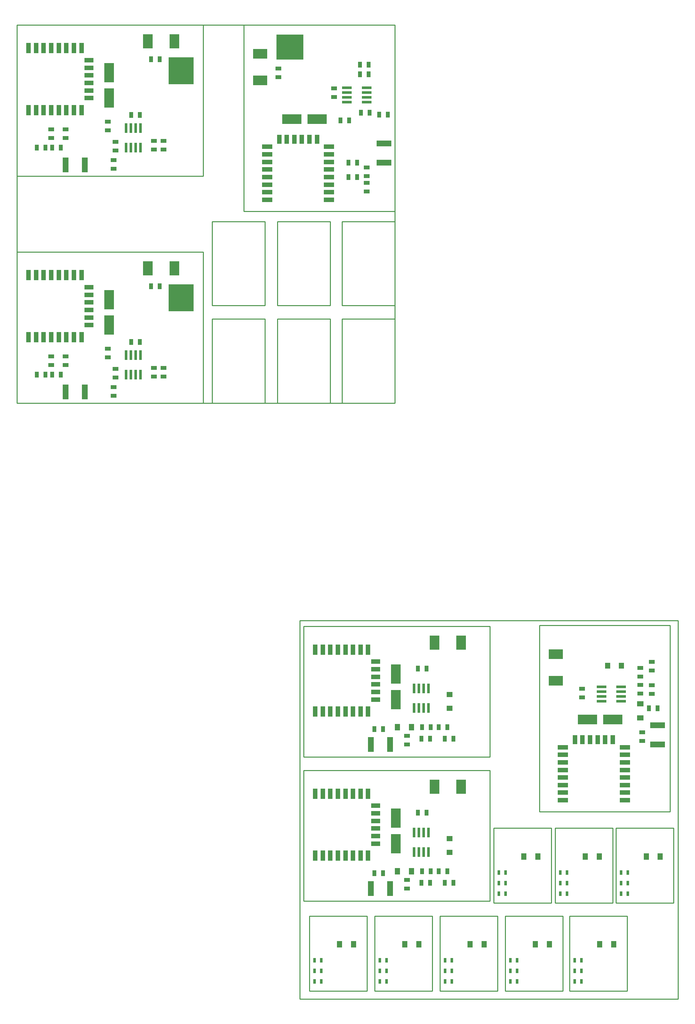
<source format=gbp>
%FSLAX25Y25*%
%MOIN*%
G70*
G01*
G75*
G04 Layer_Color=128*
%ADD10R,0.06299X0.13386*%
%ADD11R,0.01772X0.06299*%
%ADD12R,0.05512X0.01654*%
%ADD13R,0.04724X0.04724*%
%ADD14R,0.09000X0.15000*%
%ADD15R,0.08465X0.05000*%
%ADD16R,0.05906X0.03937*%
%ADD17R,0.03937X0.05906*%
%ADD18R,0.07874X0.11024*%
%ADD19R,0.05906X0.15748*%
%ADD20R,0.03500X0.05000*%
%ADD21R,0.07874X0.15748*%
%ADD22R,0.06299X0.09449*%
%ADD23R,0.05512X0.07087*%
%ADD24R,0.13386X0.06299*%
%ADD25R,0.06299X0.01772*%
%ADD26R,0.01654X0.05512*%
%ADD27R,0.04724X0.04724*%
%ADD28R,0.15000X0.09000*%
%ADD29R,0.05000X0.08465*%
%ADD30R,0.11024X0.07874*%
%ADD31R,0.15748X0.05906*%
%ADD32R,0.05000X0.03500*%
%ADD33R,0.15748X0.07874*%
%ADD34R,0.09449X0.06299*%
%ADD35R,0.07087X0.05512*%
%ADD36R,0.06600X0.01700*%
%ADD37R,0.15000X0.28000*%
%ADD38R,0.28000X0.15000*%
%ADD39R,0.03300X0.03150*%
%ADD40C,0.02500*%
%ADD41C,0.02000*%
%ADD42C,0.03000*%
%ADD43C,0.01500*%
%ADD44C,0.04000*%
%ADD45C,0.01000*%
%ADD46C,0.01800*%
%ADD47C,0.05000*%
%ADD48R,0.01600X0.04800*%
%ADD49R,0.34200X0.03200*%
%ADD50R,0.04800X0.01600*%
%ADD51R,0.03200X0.34200*%
%ADD52R,0.14413X0.28346*%
%ADD53R,0.28346X0.14413*%
%ADD54R,0.27700X0.02100*%
%ADD55R,0.01900X0.03800*%
%ADD56R,0.35700X0.03400*%
%ADD57R,0.02100X0.27700*%
%ADD58R,0.03800X0.01900*%
%ADD59R,0.03400X0.35700*%
%ADD60R,0.08200X0.15600*%
%ADD61C,0.15800*%
%ADD62R,0.05118X0.07874*%
%ADD63R,0.05512X0.07874*%
%ADD64C,0.07874*%
%ADD65R,0.07874X0.05118*%
%ADD66R,0.07874X0.05512*%
%ADD67C,0.07087*%
%ADD68C,0.05000*%
%ADD69C,0.04000*%
%ADD70C,0.06000*%
%ADD71C,0.03937*%
%ADD72R,0.04724X0.11024*%
%ADD73R,0.09449X0.04724*%
%ADD74R,0.03000X0.10000*%
%ADD75R,0.10000X0.20000*%
%ADD76R,0.06299X0.05512*%
%ADD77R,0.09843X0.14961*%
%ADD78R,0.11024X0.04724*%
%ADD79R,0.04724X0.09449*%
%ADD80R,0.10000X0.03000*%
%ADD81R,0.20000X0.10000*%
%ADD82R,0.05512X0.06299*%
%ADD83R,0.14961X0.09843*%
%ADD84R,0.03150X0.04724*%
%ADD85R,0.26000X0.28400*%
%ADD86R,0.28400X0.26000*%
%ADD87C,0.03500*%
%ADD88R,0.26400X0.28346*%
%ADD89R,0.28346X0.26400*%
%ADD90R,0.21028X0.12517*%
%ADD91R,0.12517X0.21028*%
%ADD92R,0.20200X0.15600*%
%ADD93C,0.00200*%
%ADD94C,0.00591*%
%ADD95C,0.00394*%
%ADD96C,0.00787*%
%ADD97C,0.00500*%
%ADD98C,0.00050*%
%ADD99C,0.00800*%
%ADD100R,0.02300X0.06299*%
%ADD101R,0.06299X0.02300*%
%ADD102R,0.12100X0.11300*%
%ADD103R,0.06299X0.02100*%
%ADD104R,0.11300X0.12100*%
%ADD105R,0.02100X0.06299*%
%ADD106R,0.07099X0.14186*%
%ADD107R,0.02572X0.07099*%
%ADD108R,0.06312X0.02454*%
%ADD109R,0.05524X0.05524*%
%ADD110R,0.09800X0.15800*%
%ADD111R,0.09265X0.05800*%
%ADD112R,0.06706X0.04737*%
%ADD113R,0.04737X0.06706*%
%ADD114R,0.08674X0.11824*%
%ADD115R,0.06706X0.16548*%
%ADD116R,0.04300X0.05800*%
%ADD117R,0.08674X0.16548*%
%ADD118R,0.07099X0.10249*%
%ADD119R,0.06312X0.07887*%
%ADD120R,0.14186X0.07099*%
%ADD121R,0.07099X0.02572*%
%ADD122R,0.02454X0.06312*%
%ADD123R,0.05524X0.05524*%
%ADD124R,0.15800X0.09800*%
%ADD125R,0.05800X0.09265*%
%ADD126R,0.11824X0.08674*%
%ADD127R,0.16548X0.06706*%
%ADD128R,0.05800X0.04300*%
%ADD129R,0.16548X0.08674*%
%ADD130R,0.10249X0.07099*%
%ADD131R,0.07887X0.06312*%
%ADD132R,0.07400X0.02500*%
%ADD133R,0.15800X0.28800*%
%ADD134R,0.28800X0.15800*%
%ADD135R,0.04100X0.03950*%
%ADD136C,0.16600*%
%ADD137R,0.05918X0.08674*%
%ADD138R,0.06312X0.08674*%
%ADD139C,0.08674*%
%ADD140R,0.08674X0.05918*%
%ADD141R,0.08674X0.06312*%
%ADD142C,0.07887*%
%ADD143C,0.05800*%
%ADD144C,0.04800*%
%ADD145C,0.06800*%
%ADD146C,0.04737*%
%ADD147R,0.05524X0.11824*%
%ADD148R,0.10249X0.05524*%
%ADD149R,0.03800X0.10800*%
%ADD150R,0.10800X0.20800*%
%ADD151R,0.07099X0.06312*%
%ADD152R,0.10642X0.15761*%
%ADD153R,0.11824X0.05524*%
%ADD154R,0.05524X0.10249*%
%ADD155R,0.10800X0.03800*%
%ADD156R,0.20800X0.10800*%
%ADD157R,0.06312X0.07099*%
%ADD158R,0.15761X0.10642*%
%ADD159R,0.03950X0.05524*%
%ADD160R,0.26800X0.29200*%
%ADD161R,0.29200X0.26800*%
D16*
X406268Y-355368D02*
D03*
Y-346368D02*
D03*
Y-505368D02*
D03*
Y-496368D02*
D03*
X651368Y-351732D02*
D03*
Y-342732D02*
D03*
X649368Y-302232D02*
D03*
Y-293232D02*
D03*
X661368Y-293732D02*
D03*
Y-302732D02*
D03*
X661400Y-269400D02*
D03*
Y-278400D02*
D03*
X649368Y-284732D02*
D03*
Y-275732D02*
D03*
X588500Y-306400D02*
D03*
Y-297400D02*
D03*
X50500Y275800D02*
D03*
Y284800D02*
D03*
X35600Y275800D02*
D03*
Y284800D02*
D03*
X152500Y272800D02*
D03*
Y263800D02*
D03*
X100500Y243800D02*
D03*
Y252800D02*
D03*
X142500Y263800D02*
D03*
Y272800D02*
D03*
X102500Y262800D02*
D03*
Y271800D02*
D03*
X94500Y293000D02*
D03*
Y284000D02*
D03*
X50500Y39500D02*
D03*
Y48500D02*
D03*
X35600Y39500D02*
D03*
Y48500D02*
D03*
X152500Y36500D02*
D03*
Y27500D02*
D03*
X100500Y7500D02*
D03*
Y16500D02*
D03*
X142500Y27500D02*
D03*
Y36500D02*
D03*
X102500Y26500D02*
D03*
Y35500D02*
D03*
X94500Y56700D02*
D03*
Y47700D02*
D03*
X364200Y245200D02*
D03*
Y236200D02*
D03*
Y220200D02*
D03*
Y229200D02*
D03*
X330200Y318700D02*
D03*
Y327700D02*
D03*
X272200Y348200D02*
D03*
Y339200D02*
D03*
D17*
X372268Y-339368D02*
D03*
X381268D02*
D03*
X421768Y-337368D02*
D03*
X430768D02*
D03*
X430268Y-349368D02*
D03*
X421268D02*
D03*
X454600Y-349400D02*
D03*
X445600D02*
D03*
X439268Y-337368D02*
D03*
X448268D02*
D03*
X417600Y-276500D02*
D03*
X426600D02*
D03*
X417600Y-426500D02*
D03*
X426600D02*
D03*
X439268Y-487368D02*
D03*
X448268D02*
D03*
X454600Y-499400D02*
D03*
X445600D02*
D03*
X430268Y-499368D02*
D03*
X421268D02*
D03*
X421768Y-487368D02*
D03*
X430768D02*
D03*
X372268Y-489368D02*
D03*
X381268D02*
D03*
X667368Y-317732D02*
D03*
X658368D02*
D03*
X45500Y265800D02*
D03*
X36500D02*
D03*
X20500D02*
D03*
X29500D02*
D03*
X119000Y299800D02*
D03*
X128000D02*
D03*
X148500Y357800D02*
D03*
X139500D02*
D03*
X45500Y29500D02*
D03*
X36500D02*
D03*
X20500D02*
D03*
X29500D02*
D03*
X119000Y63500D02*
D03*
X128000D02*
D03*
X148500Y121500D02*
D03*
X139500D02*
D03*
X354200Y250200D02*
D03*
X345200D02*
D03*
X354200Y235300D02*
D03*
X345200D02*
D03*
X357200Y352200D02*
D03*
X366200D02*
D03*
X386200Y300200D02*
D03*
X377200D02*
D03*
X366200Y342200D02*
D03*
X357200D02*
D03*
X367200Y302200D02*
D03*
X358200D02*
D03*
X337000Y294200D02*
D03*
X346000D02*
D03*
D19*
X388600Y-355400D02*
D03*
X368600D02*
D03*
X388600Y-505400D02*
D03*
X368600D02*
D03*
X70500Y247800D02*
D03*
X50500D02*
D03*
X70500Y11500D02*
D03*
X50500D02*
D03*
D23*
X410835Y-337368D02*
D03*
X396268D02*
D03*
X410835Y-487368D02*
D03*
X396268D02*
D03*
X335933Y-563500D02*
D03*
X350500D02*
D03*
X403933D02*
D03*
X418500D02*
D03*
X539933D02*
D03*
X554500D02*
D03*
X471933D02*
D03*
X486500D02*
D03*
X606933D02*
D03*
X621500D02*
D03*
X655433Y-472000D02*
D03*
X670000D02*
D03*
X527933D02*
D03*
X542500D02*
D03*
X591933D02*
D03*
X606500D02*
D03*
D31*
X667400Y-335400D02*
D03*
Y-355400D02*
D03*
X382200Y270200D02*
D03*
Y250200D02*
D03*
D35*
X649368Y-313165D02*
D03*
Y-327732D02*
D03*
D45*
X294500Y-620500D02*
Y-226500D01*
Y-620500D02*
X688500D01*
Y-226500D01*
X294500D02*
X688500D01*
X492600Y-368400D02*
Y-232400D01*
X298600D02*
X492600D01*
X298600Y-368400D02*
X492600D01*
X298600D02*
Y-232400D01*
Y-518400D02*
Y-382400D01*
Y-518400D02*
X492600D01*
X298600Y-382400D02*
X492600D01*
Y-518400D02*
Y-382400D01*
X544400Y-231400D02*
X680400D01*
X544400Y-425400D02*
Y-231400D01*
X680400Y-425400D02*
Y-231400D01*
X544400Y-425400D02*
X680400D01*
X304500Y-534000D02*
X364500D01*
X304500Y-612000D02*
Y-534000D01*
Y-612000D02*
X364500D01*
Y-534000D01*
X432500Y-612000D02*
Y-534000D01*
X372500Y-612000D02*
X432500D01*
X372500D02*
Y-534000D01*
X432500D01*
X508500D02*
X568500D01*
X508500Y-612000D02*
Y-534000D01*
Y-612000D02*
X568500D01*
Y-534000D01*
X500500Y-612000D02*
Y-534000D01*
X440500Y-612000D02*
X500500D01*
X440500D02*
Y-534000D01*
X500500D01*
X635500Y-612000D02*
Y-534000D01*
X575500Y-612000D02*
X635500D01*
X575500D02*
Y-534000D01*
X635500D01*
X624000Y-442500D02*
X684000D01*
X624000Y-520500D02*
Y-442500D01*
Y-520500D02*
X684000D01*
Y-442500D01*
X496500D02*
X556500D01*
X496500Y-520500D02*
Y-442500D01*
Y-520500D02*
X556500D01*
Y-442500D01*
X620500Y-520500D02*
Y-442500D01*
X560500Y-520500D02*
X620500D01*
X560500D02*
Y-442500D01*
X620500D01*
X0Y0D02*
Y393701D01*
Y0D02*
X393701D01*
Y393701D01*
X0D02*
X393701D01*
X194000Y236300D02*
Y393700D01*
X0D02*
X194000D01*
X0Y236300D02*
X194000D01*
X0D02*
Y393700D01*
X194000Y0D02*
Y157400D01*
X0D02*
X194000D01*
X0Y0D02*
X194000D01*
X0D02*
Y157400D01*
X236300Y393700D02*
X393700D01*
X236300Y199700D02*
Y393700D01*
X393700Y199700D02*
Y393700D01*
X236300Y199700D02*
X393700D01*
X338700Y0D02*
Y87500D01*
Y0D02*
X393700D01*
X338700Y87500D02*
X393700D01*
Y0D02*
Y87500D01*
X271300Y0D02*
Y87500D01*
Y0D02*
X326300D01*
X271300Y87500D02*
X326300D01*
Y0D02*
Y87500D01*
X203300Y0D02*
Y87500D01*
Y0D02*
X258300D01*
X203300Y87500D02*
X258300D01*
Y0D02*
Y87500D01*
Y101500D02*
Y189000D01*
X203300D02*
X258300D01*
X203300Y101500D02*
X258300D01*
X203300D02*
Y189000D01*
X326300Y101500D02*
Y189000D01*
X271300D02*
X326300D01*
X271300Y101500D02*
X326300D01*
X271300D02*
Y189000D01*
X393700Y101500D02*
Y189000D01*
X338700D02*
X393700D01*
X338700Y101500D02*
X393700D01*
X338700D02*
Y189000D01*
D72*
X365718Y-321180D02*
D03*
X357844D02*
D03*
X349970D02*
D03*
X342096D02*
D03*
X334222D02*
D03*
X326348D02*
D03*
X318474D02*
D03*
X310600D02*
D03*
Y-256613D02*
D03*
X318474D02*
D03*
X326348D02*
D03*
X334222D02*
D03*
X342096D02*
D03*
X349970D02*
D03*
X357844D02*
D03*
X365718D02*
D03*
Y-471179D02*
D03*
X357844D02*
D03*
X349970D02*
D03*
X342096D02*
D03*
X334222D02*
D03*
X326348D02*
D03*
X318474D02*
D03*
X310600D02*
D03*
Y-406613D02*
D03*
X318474D02*
D03*
X326348D02*
D03*
X334222D02*
D03*
X342096D02*
D03*
X349970D02*
D03*
X357844D02*
D03*
X365718D02*
D03*
X67118Y304921D02*
D03*
X59244D02*
D03*
X51370D02*
D03*
X43496D02*
D03*
X35622D02*
D03*
X27748D02*
D03*
X19874D02*
D03*
X12000D02*
D03*
Y369487D02*
D03*
X19874D02*
D03*
X27748D02*
D03*
X35622D02*
D03*
X43496D02*
D03*
X51370D02*
D03*
X59244D02*
D03*
X67118D02*
D03*
Y68621D02*
D03*
X59244D02*
D03*
X51370D02*
D03*
X43496D02*
D03*
X35622D02*
D03*
X27748D02*
D03*
X19874D02*
D03*
X12000D02*
D03*
Y133187D02*
D03*
X19874D02*
D03*
X27748D02*
D03*
X35622D02*
D03*
X43496D02*
D03*
X51370D02*
D03*
X59244D02*
D03*
X67118D02*
D03*
D73*
X373592Y-269211D02*
D03*
Y-277085D02*
D03*
Y-284959D02*
D03*
Y-292833D02*
D03*
Y-300707D02*
D03*
Y-308581D02*
D03*
Y-419211D02*
D03*
Y-427085D02*
D03*
Y-434959D02*
D03*
Y-442833D02*
D03*
Y-450707D02*
D03*
Y-458581D02*
D03*
X74992Y356889D02*
D03*
Y349015D02*
D03*
Y341141D02*
D03*
Y333267D02*
D03*
Y325393D02*
D03*
Y317519D02*
D03*
Y120589D02*
D03*
Y112715D02*
D03*
Y104841D02*
D03*
Y96967D02*
D03*
Y89093D02*
D03*
Y81219D02*
D03*
D74*
X413600Y-317400D02*
D03*
X428600D02*
D03*
X418600D02*
D03*
X423600D02*
D03*
X428600Y-296900D02*
D03*
X423600D02*
D03*
X418600D02*
D03*
X413600D02*
D03*
Y-467400D02*
D03*
X428600D02*
D03*
X418600D02*
D03*
X423600D02*
D03*
X428600Y-446900D02*
D03*
X423600D02*
D03*
X418600D02*
D03*
X413600D02*
D03*
X113500Y265800D02*
D03*
X128500D02*
D03*
X118500D02*
D03*
X123500D02*
D03*
X128500Y286300D02*
D03*
X123500D02*
D03*
X118500D02*
D03*
X113500D02*
D03*
Y29500D02*
D03*
X128500D02*
D03*
X118500D02*
D03*
X123500D02*
D03*
X128500Y50000D02*
D03*
X123500D02*
D03*
X118500D02*
D03*
X113500D02*
D03*
D75*
X394600Y-308600D02*
D03*
Y-282200D02*
D03*
Y-458600D02*
D03*
Y-432200D02*
D03*
X96000Y317500D02*
D03*
Y343900D02*
D03*
Y81200D02*
D03*
Y107600D02*
D03*
D76*
X450600Y-303400D02*
D03*
Y-317573D02*
D03*
Y-453400D02*
D03*
Y-467573D02*
D03*
D77*
X462569Y-249400D02*
D03*
X435009D02*
D03*
X462569Y-399400D02*
D03*
X435009D02*
D03*
X163969Y376700D02*
D03*
X136409D02*
D03*
X163969Y140400D02*
D03*
X136409D02*
D03*
D78*
X633180Y-358282D02*
D03*
Y-366156D02*
D03*
Y-374030D02*
D03*
Y-381904D02*
D03*
Y-389778D02*
D03*
Y-397652D02*
D03*
Y-405526D02*
D03*
Y-413400D02*
D03*
X568613D02*
D03*
Y-405526D02*
D03*
Y-397652D02*
D03*
Y-389778D02*
D03*
Y-381904D02*
D03*
Y-374030D02*
D03*
Y-366156D02*
D03*
Y-358282D02*
D03*
X325079Y266818D02*
D03*
Y258944D02*
D03*
Y251070D02*
D03*
Y243196D02*
D03*
Y235322D02*
D03*
Y227448D02*
D03*
Y219574D02*
D03*
Y211700D02*
D03*
X260513D02*
D03*
Y219574D02*
D03*
Y227448D02*
D03*
Y235322D02*
D03*
Y243196D02*
D03*
Y251070D02*
D03*
Y258944D02*
D03*
Y266818D02*
D03*
D79*
X581211Y-350408D02*
D03*
X589085D02*
D03*
X596959D02*
D03*
X604833D02*
D03*
X612707D02*
D03*
X620581D02*
D03*
X273111Y274692D02*
D03*
X280985D02*
D03*
X288859D02*
D03*
X296733D02*
D03*
X304607D02*
D03*
X312481D02*
D03*
D80*
X629400Y-310400D02*
D03*
Y-295400D02*
D03*
Y-305400D02*
D03*
Y-300400D02*
D03*
X608900Y-295400D02*
D03*
Y-300400D02*
D03*
Y-305400D02*
D03*
Y-310400D02*
D03*
X364200Y313200D02*
D03*
Y328200D02*
D03*
Y318200D02*
D03*
Y323200D02*
D03*
X343700Y328200D02*
D03*
Y323200D02*
D03*
Y318200D02*
D03*
Y313200D02*
D03*
D81*
X620600Y-329400D02*
D03*
X594200D02*
D03*
X312500Y295700D02*
D03*
X286100D02*
D03*
D82*
X615400Y-273400D02*
D03*
X629573D02*
D03*
D83*
X561400Y-261432D02*
D03*
Y-288990D02*
D03*
X253300Y363668D02*
D03*
Y336109D02*
D03*
D84*
X316894Y-580173D02*
D03*
X309807D02*
D03*
X316894Y-591173D02*
D03*
X309807D02*
D03*
X316894Y-602173D02*
D03*
X309807D02*
D03*
X384894D02*
D03*
X377807D02*
D03*
X384894Y-591173D02*
D03*
X377807D02*
D03*
X384894Y-580173D02*
D03*
X377807D02*
D03*
X520894D02*
D03*
X513807D02*
D03*
X520894Y-591173D02*
D03*
X513807D02*
D03*
X520894Y-602173D02*
D03*
X513807D02*
D03*
X452894D02*
D03*
X445807D02*
D03*
X452894Y-591173D02*
D03*
X445807D02*
D03*
X452894Y-580173D02*
D03*
X445807D02*
D03*
X587894Y-602173D02*
D03*
X580807D02*
D03*
X587894Y-591173D02*
D03*
X580807D02*
D03*
X587894Y-580173D02*
D03*
X580807D02*
D03*
X636394Y-488673D02*
D03*
X629307D02*
D03*
X636394Y-499673D02*
D03*
X629307D02*
D03*
X636394Y-510673D02*
D03*
X629307D02*
D03*
X508894Y-488673D02*
D03*
X501807D02*
D03*
X508894Y-499673D02*
D03*
X501807D02*
D03*
X508894Y-510673D02*
D03*
X501807D02*
D03*
X572894D02*
D03*
X565807D02*
D03*
X572894Y-499673D02*
D03*
X565807D02*
D03*
X572894Y-488673D02*
D03*
X565807D02*
D03*
D85*
X170900Y345800D02*
D03*
Y109500D02*
D03*
D86*
X284200Y370600D02*
D03*
M02*

</source>
